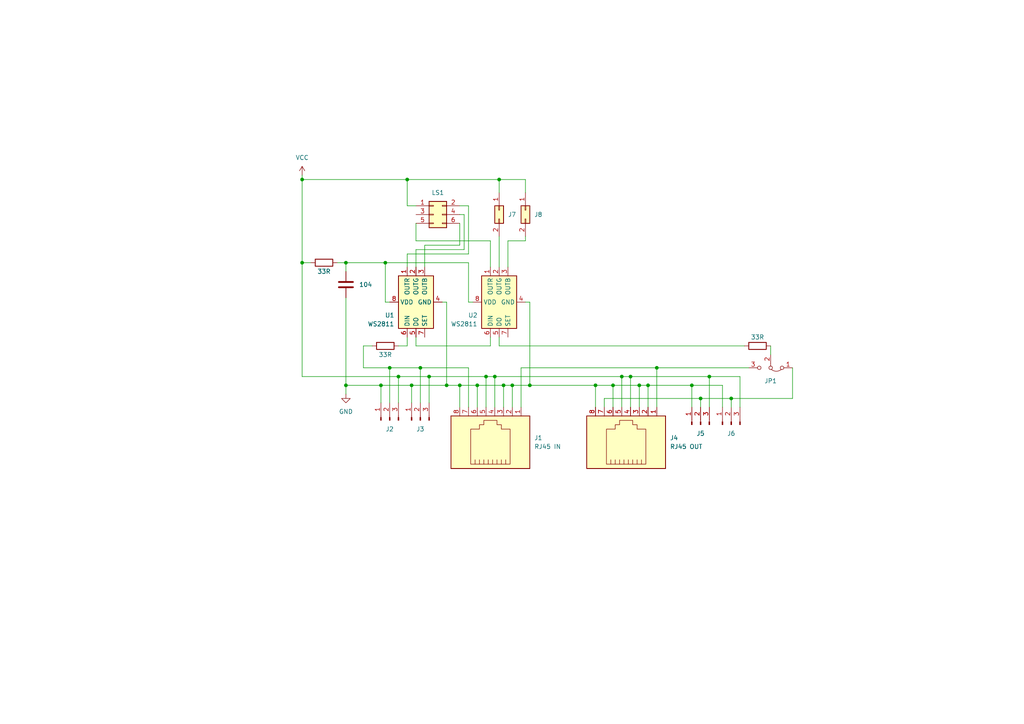
<source format=kicad_sch>
(kicad_sch (version 20230121) (generator eeschema)
  (paper "A4")
  (title_block (title "WS2811 LED Driver 6LS (1 Lichtsperrsignal)") (date "2024-01-22") (rev "1.0") (company "Jan Graichen") (comment 1 "© CC-BY-SA 4.0"))
  (lib_symbols
    (symbol "Connector:Conn_01x03_Pin" (pin_names (offset 1.016) hide)
      (property "Reference" "J" (at 0 5.08 0))
      (property "Value" "Conn_01x03_Pin" (at 0 -5.08 0))
      (symbol "Conn_01x03_Pin_1_1"
        (polyline (pts (xy 1.27 -2.54) (xy 0.8636 -2.54)) (stroke (width 0.1524)))
        (polyline (pts (xy 1.27 0) (xy 0.8636 0)) (stroke (width 0.1524)))
        (polyline (pts (xy 1.27 2.54) (xy 0.8636 2.54)) (stroke (width 0.1524)))
        (rectangle (start 0.8636 -2.413) (end 0 -2.667) (stroke (width 0.1524)) (fill (type outline)))
        (rectangle (start 0.8636 0.127) (end 0 -0.127) (stroke (width 0.1524)) (fill (type outline)))
        (rectangle (start 0.8636 2.667) (end 0 2.413) (stroke (width 0.1524)) (fill (type outline)))
        (pin passive line (at 5.08 2.54 180) (length 3.81) (name "Pin_1") (number "1"))
        (pin passive line (at 5.08 0 180) (length 3.81) (name "Pin_2") (number "2"))
        (pin passive line (at 5.08 -2.54 180) (length 3.81) (name "Pin_3") (number "3"))
      )
    )
    (symbol "Connector:RJ45" (pin_names (offset 1.016))
      (property "Reference" "J" (at -5.08 13.97 0))
      (property "Value" "RJ45" (at 2.54 13.97 0))
      (symbol "RJ45_0_1"
        (polyline (pts (xy -5.08 4.445) (xy -6.35 4.445)))
        (polyline (pts (xy -5.08 5.715) (xy -6.35 5.715)))
        (polyline (pts (xy -6.35 -3.175) (xy -5.08 -3.175) (xy -5.08 -3.175)))
        (polyline (pts (xy -6.35 -1.905) (xy -5.08 -1.905) (xy -5.08 -1.905)))
        (polyline (pts (xy -6.35 -0.635) (xy -5.08 -0.635) (xy -5.08 -0.635)))
        (polyline (pts (xy -6.35 0.635) (xy -5.08 0.635) (xy -5.08 0.635)))
        (polyline (pts (xy -6.35 1.905) (xy -5.08 1.905) (xy -5.08 1.905)))
        (polyline (pts (xy -5.08 3.175) (xy -6.35 3.175) (xy -6.35 3.175)))
        (polyline (pts (xy -6.35 -4.445) (xy -6.35 6.985) (xy 3.81 6.985) (xy 3.81 4.445) (xy 5.08 4.445) (xy 5.08 3.175) (xy 6.35 3.175) (xy 6.35 -0.635) (xy 5.08 -0.635) (xy 5.08 -1.905) (xy 3.81 -1.905) (xy 3.81 -4.445) (xy -6.35 -4.445) (xy -6.35 -4.445)))
        (rectangle (start 7.62 12.7) (end -7.62 -10.16) (stroke (width 0.254)) (fill (type background)))
      )
      (symbol "RJ45_1_1"
        (pin passive line (at 10.16 -7.62 180) (length 2.54) (name "~") (number "1"))
        (pin passive line (at 10.16 -5.08 180) (length 2.54) (name "~") (number "2"))
        (pin passive line (at 10.16 -2.54 180) (length 2.54) (name "~") (number "3"))
        (pin passive line (at 10.16 0 180) (length 2.54) (name "~") (number "4"))
        (pin passive line (at 10.16 2.54 180) (length 2.54) (name "~") (number "5"))
        (pin passive line (at 10.16 5.08 180) (length 2.54) (name "~") (number "6"))
        (pin passive line (at 10.16 7.62 180) (length 2.54) (name "~") (number "7"))
        (pin passive line (at 10.16 10.16 180) (length 2.54) (name "~") (number "8"))
      )
    )
    (symbol "Connector_Generic:Conn_02x01" (pin_names (offset 1.016) hide)
      (property "Reference" "J" (at 1.27 2.54 0))
      (property "Value" "Conn_02x01" (at 1.27 -2.54 0))
      (symbol "Conn_02x01_1_1"
        (rectangle (start -1.27 0.127) (end 0 -0.127) (stroke (width 0.1524)))
        (rectangle (start -1.27 1.27) (end 3.81 -1.27) (stroke (width 0.254)) (fill (type background)))
        (rectangle (start 3.81 0.127) (end 2.54 -0.127) (stroke (width 0.1524)))
        (pin passive line (at -5.08 0 0) (length 3.81) (name "Pin_1") (number "1"))
        (pin passive line (at 7.62 0 180) (length 3.81) (name "Pin_2") (number "2"))
      )
    )
    (symbol "Connector_Generic:Conn_02x03_Odd_Even" (pin_names (offset 1.016) hide)
      (property "Reference" "J" (at 1.27 5.08 0))
      (property "Value" "Conn_02x03_Odd_Even" (at 1.27 -5.08 0))
      (symbol "Conn_02x03_Odd_Even_1_1"
        (rectangle (start -1.27 -2.413) (end 0 -2.667) (stroke (width 0.1524)))
        (rectangle (start -1.27 0.127) (end 0 -0.127) (stroke (width 0.1524)))
        (rectangle (start -1.27 2.667) (end 0 2.413) (stroke (width 0.1524)))
        (rectangle (start -1.27 3.81) (end 3.81 -3.81) (stroke (width 0.254)) (fill (type background)))
        (rectangle (start 3.81 -2.413) (end 2.54 -2.667) (stroke (width 0.1524)))
        (rectangle (start 3.81 0.127) (end 2.54 -0.127) (stroke (width 0.1524)))
        (rectangle (start 3.81 2.667) (end 2.54 2.413) (stroke (width 0.1524)))
        (pin passive line (at -5.08 2.54 0) (length 3.81) (name "Pin_1") (number "1"))
        (pin passive line (at 7.62 2.54 180) (length 3.81) (name "Pin_2") (number "2"))
        (pin passive line (at -5.08 0 0) (length 3.81) (name "Pin_3") (number "3"))
        (pin passive line (at 7.62 0 180) (length 3.81) (name "Pin_4") (number "4"))
        (pin passive line (at -5.08 -2.54 0) (length 3.81) (name "Pin_5") (number "5"))
        (pin passive line (at 7.62 -2.54 180) (length 3.81) (name "Pin_6") (number "6"))
      )
    )
    (symbol "Device:C" (pin_numbers hide) (pin_names (offset 0.254))
      (property "Reference" "C" (at 0.635 2.54 0))
      (property "Value" "C" (at 0.635 -2.54 0))
      (symbol "C_0_1"
        (polyline (pts (xy -2.032 -0.762) (xy 2.032 -0.762)) (stroke (width 0.508)))
        (polyline (pts (xy -2.032 0.762) (xy 2.032 0.762)) (stroke (width 0.508)))
      )
      (symbol "C_1_1"
        (pin passive line (at 0 3.81 270) (length 2.794) (name "~") (number "1"))
        (pin passive line (at 0 -3.81 90) (length 2.794) (name "~") (number "2"))
      )
    )
    (symbol "Device:R" (pin_numbers hide) (pin_names (offset 0))
      (property "Reference" "R" (at 2.032 0 90))
      (property "Value" "R" (at 0 0 90))
      (symbol "R_0_1"
        (rectangle (start -1.016 -2.54) (end 1.016 2.54) (stroke (width 0.254)))
      )
      (symbol "R_1_1"
        (pin passive line (at 0 3.81 270) (length 1.27) (name "~") (number "1"))
        (pin passive line (at 0 -3.81 90) (length 1.27) (name "~") (number "2"))
      )
    )
    (symbol "Driver_LED:WS2811"
      (property "Reference" "U" (at -6.35 6.35 0))
      (property "Value" "WS2811" (at 5.08 6.35 0))
      (symbol "WS2811_0_1"
        (rectangle (start -7.62 5.08) (end 7.62 -5.08) (stroke (width 0.254)) (fill (type background)))
      )
      (symbol "WS2811_1_1"
        (pin output line (at 10.16 2.54 180) (length 2.54) (name "OUTR") (number "1"))
        (pin output line (at 10.16 0 180) (length 2.54) (name "OUTG") (number "2"))
        (pin output line (at 10.16 -2.54 180) (length 2.54) (name "OUTB") (number "3"))
        (pin power_in line (at 0 -7.62 90) (length 2.54) (name "GND") (number "4"))
        (pin output line (at -10.16 0 0) (length 2.54) (name "DO") (number "5"))
        (pin input line (at -10.16 2.54 0) (length 2.54) (name "DIN") (number "6"))
        (pin input line (at -10.16 -2.54 0) (length 2.54) (name "SET") (number "7"))
        (pin power_in line (at 0 7.62 270) (length 2.54) (name "VDD") (number "8"))
      )
    )
    (symbol "Jumper:Jumper_3_Bridged12" (pin_names (offset 0) hide)
      (property "Reference" "JP" (at -2.54 -2.54 0))
      (property "Value" "Jumper_3_Bridged12" (at 0 2.794 0))
      (symbol "Jumper_3_Bridged12_0_0"
        (circle (center -3.302 0) (radius 0.508))
        (circle (center 0 0) (radius 0.508))
        (circle (center 3.302 0) (radius 0.508))
      )
      (symbol "Jumper_3_Bridged12_0_1"
        (arc (start -0.254 0.508) (mid -1.651 0.9912) (end -3.048 0.508))
        (polyline (pts (xy 0 -1.27) (xy 0 -0.508)))
      )
      (symbol "Jumper_3_Bridged12_1_1"
        (pin passive line (at -6.35 0 0) (length 2.54) (name "A") (number "1"))
        (pin passive line (at 0 -3.81 90) (length 2.54) (name "C") (number "2"))
        (pin passive line (at 6.35 0 180) (length 2.54) (name "B") (number "3"))
      )
    )
    (symbol "power:GND" (power) (pin_names (offset 0))
      (property "Value" "GND" (at 0 -3.81 0))
      (symbol "GND_0_1"
        (polyline (pts (xy 0 0) (xy 0 -1.27) (xy 1.27 -1.27) (xy 0 -2.54) (xy -1.27 -1.27) (xy 0 -1.27)))
      )
      (symbol "GND_1_1"
        (pin power_in line (at 0 0 270) (length 0) hide (name "GND") (number "1"))
      )
    )
    (symbol "power:VCC" (power) (pin_names (offset 0))
      (property "Value" "VCC" (at 0 3.81 0))
      (symbol "VCC_0_1"
        (polyline (pts (xy -0.762 1.27) (xy 0 2.54)))
        (polyline (pts (xy 0 0) (xy 0 2.54)))
        (polyline (pts (xy 0 2.54) (xy 0.762 1.27)))
      )
      (symbol "VCC_1_1"
        (pin power_in line (at 0 0 90) (length 0) hide (name "VCC") (number "1"))
      )
    )
  )
  (junction (at 100.33 76.2))
  (junction (at 124.46 109.22))
  (junction (at 205.74 109.22))
  (junction (at 138.43 111.76))
  (junction (at 121.92 106.68))
  (junction (at 190.5 106.68))
  (junction (at 200.66 111.76))
  (junction (at 148.59 111.76))
  (junction (at 143.51 109.22))
  (junction (at 119.38 111.76))
  (junction (at 187.96 111.76))
  (junction (at 185.42 111.76))
  (junction (at 87.63 52.07))
  (junction (at 146.05 111.76))
  (junction (at 100.33 111.76))
  (junction (at 180.34 109.22))
  (junction (at 118.11 52.07))
  (junction (at 182.88 109.22))
  (junction (at 153.67 111.76))
  (junction (at 133.35 111.76))
  (junction (at 111.76 76.2))
  (junction (at 172.72 111.76))
  (junction (at 203.2 115.57))
  (junction (at 144.78 52.07))
  (junction (at 129.54 111.76))
  (junction (at 87.63 76.2))
  (junction (at 115.57 109.22))
  (junction (at 177.8 111.76))
  (junction (at 212.09 115.57))
  (junction (at 113.03 106.68))
  (junction (at 110.49 111.76))
  (junction (at 140.97 109.22))
  (wire (pts (xy 111.76 76.2) (xy 111.76 87.63)))
  (wire (pts (xy 177.8 111.76) (xy 177.8 118.11)))
  (wire (pts (xy 118.11 100.33) (xy 118.11 97.79)))
  (wire (pts (xy 153.67 111.76) (xy 172.72 111.76)))
  (wire (pts (xy 87.63 76.2) (xy 87.63 109.22)))
  (wire (pts (xy 212.09 115.57) (xy 229.87 115.57)))
  (wire (pts (xy 129.54 87.63) (xy 129.54 111.76)))
  (wire (pts (xy 148.59 111.76) (xy 148.59 118.11)))
  (wire (pts (xy 144.78 55.88) (xy 144.78 52.07)))
  (wire (pts (xy 87.63 50.8) (xy 87.63 52.07)))
  (wire (pts (xy 87.63 52.07) (xy 118.11 52.07)))
  (wire (pts (xy 190.5 106.68) (xy 151.13 106.68)))
  (wire (pts (xy 185.42 111.76) (xy 185.42 118.11)))
  (wire (pts (xy 111.76 76.2) (xy 135.89 76.2)))
  (wire (pts (xy 118.11 77.47) (xy 118.11 73.66)))
  (wire (pts (xy 151.13 106.68) (xy 151.13 118.11)))
  (wire (pts (xy 143.51 109.22) (xy 180.34 109.22)))
  (wire (pts (xy 175.26 115.57) (xy 175.26 118.11)))
  (wire (pts (xy 119.38 111.76) (xy 119.38 116.84)))
  (wire (pts (xy 115.57 100.33) (xy 118.11 100.33)))
  (wire (pts (xy 205.74 109.22) (xy 214.63 109.22)))
  (wire (pts (xy 144.78 68.58) (xy 144.78 77.47)))
  (wire (pts (xy 118.11 73.66) (xy 135.89 73.66)))
  (wire (pts (xy 177.8 111.76) (xy 185.42 111.76)))
  (wire (pts (xy 147.32 69.85) (xy 147.32 77.47)))
  (wire (pts (xy 147.32 69.85) (xy 152.4 69.85)))
  (wire (pts (xy 120.65 69.85) (xy 120.65 64.77)))
  (wire (pts (xy 209.55 118.11) (xy 209.55 111.76)))
  (wire (pts (xy 135.89 73.66) (xy 135.89 59.69)))
  (wire (pts (xy 182.88 109.22) (xy 182.88 118.11)))
  (wire (pts (xy 205.74 109.22) (xy 205.74 118.11)))
  (wire (pts (xy 172.72 111.76) (xy 172.72 118.11)))
  (wire (pts (xy 134.62 72.39) (xy 134.62 62.23)))
  (wire (pts (xy 120.65 59.69) (xy 118.11 59.69)))
  (wire (pts (xy 107.95 100.33) (xy 105.41 100.33)))
  (wire (pts (xy 100.33 76.2) (xy 100.33 78.74)))
  (wire (pts (xy 142.24 69.85) (xy 120.65 69.85)))
  (wire (pts (xy 146.05 111.76) (xy 146.05 118.11)))
  (wire (pts (xy 118.11 52.07) (xy 118.11 59.69)))
  (wire (pts (xy 120.65 72.39) (xy 134.62 72.39)))
  (wire (pts (xy 105.41 106.68) (xy 113.03 106.68)))
  (wire (pts (xy 148.59 111.76) (xy 153.67 111.76)))
  (wire (pts (xy 124.46 109.22) (xy 124.46 116.84)))
  (wire (pts (xy 180.34 109.22) (xy 182.88 109.22)))
  (wire (pts (xy 180.34 109.22) (xy 180.34 118.11)))
  (wire (pts (xy 121.92 106.68) (xy 121.92 116.84)))
  (wire (pts (xy 146.05 111.76) (xy 148.59 111.76)))
  (wire (pts (xy 128.27 87.63) (xy 129.54 87.63)))
  (wire (pts (xy 140.97 109.22) (xy 140.97 118.11)))
  (wire (pts (xy 133.35 71.12) (xy 123.19 71.12)))
  (wire (pts (xy 200.66 111.76) (xy 209.55 111.76)))
  (wire (pts (xy 214.63 109.22) (xy 214.63 118.11)))
  (wire (pts (xy 133.35 62.23) (xy 134.62 62.23)))
  (wire (pts (xy 105.41 100.33) (xy 105.41 106.68)))
  (wire (pts (xy 123.19 77.47) (xy 123.19 71.12)))
  (wire (pts (xy 144.78 100.33) (xy 215.9 100.33)))
  (wire (pts (xy 120.65 97.79) (xy 120.65 100.33)))
  (wire (pts (xy 187.96 111.76) (xy 187.96 118.11)))
  (wire (pts (xy 144.78 97.79) (xy 144.78 100.33)))
  (wire (pts (xy 153.67 87.63) (xy 153.67 111.76)))
  (wire (pts (xy 133.35 111.76) (xy 133.35 118.11)))
  (wire (pts (xy 152.4 68.58) (xy 152.4 69.85)))
  (wire (pts (xy 133.35 64.77) (xy 133.35 71.12)))
  (wire (pts (xy 133.35 111.76) (xy 138.43 111.76)))
  (wire (pts (xy 152.4 52.07) (xy 144.78 52.07)))
  (wire (pts (xy 137.16 87.63) (xy 135.89 87.63)))
  (wire (pts (xy 142.24 77.47) (xy 142.24 69.85)))
  (wire (pts (xy 152.4 55.88) (xy 152.4 52.07)))
  (wire (pts (xy 185.42 111.76) (xy 187.96 111.76)))
  (wire (pts (xy 143.51 109.22) (xy 143.51 118.11)))
  (wire (pts (xy 121.92 106.68) (xy 135.89 106.68)))
  (wire (pts (xy 110.49 111.76) (xy 119.38 111.76)))
  (wire (pts (xy 100.33 111.76) (xy 100.33 114.3)))
  (wire (pts (xy 172.72 111.76) (xy 177.8 111.76)))
  (wire (pts (xy 135.89 59.69) (xy 133.35 59.69)))
  (wire (pts (xy 115.57 109.22) (xy 124.46 109.22)))
  (wire (pts (xy 152.4 87.63) (xy 153.67 87.63)))
  (wire (pts (xy 142.24 100.33) (xy 142.24 97.79)))
  (wire (pts (xy 200.66 111.76) (xy 200.66 118.11)))
  (wire (pts (xy 119.38 111.76) (xy 129.54 111.76)))
  (wire (pts (xy 175.26 115.57) (xy 203.2 115.57)))
  (wire (pts (xy 229.87 106.68) (xy 229.87 115.57)))
  (wire (pts (xy 113.03 87.63) (xy 111.76 87.63)))
  (wire (pts (xy 190.5 106.68) (xy 190.5 118.11)))
  (wire (pts (xy 135.89 118.11) (xy 135.89 106.68)))
  (wire (pts (xy 100.33 86.36) (xy 100.33 111.76)))
  (wire (pts (xy 129.54 111.76) (xy 133.35 111.76)))
  (wire (pts (xy 113.03 106.68) (xy 113.03 116.84)))
  (wire (pts (xy 120.65 77.47) (xy 120.65 72.39)))
  (wire (pts (xy 138.43 111.76) (xy 138.43 118.11)))
  (wire (pts (xy 135.89 76.2) (xy 135.89 87.63)))
  (wire (pts (xy 182.88 109.22) (xy 205.74 109.22)))
  (wire (pts (xy 100.33 76.2) (xy 111.76 76.2)))
  (wire (pts (xy 118.11 52.07) (xy 144.78 52.07)))
  (wire (pts (xy 110.49 111.76) (xy 110.49 116.84)))
  (wire (pts (xy 87.63 52.07) (xy 87.63 76.2)))
  (wire (pts (xy 138.43 111.76) (xy 146.05 111.76)))
  (wire (pts (xy 203.2 115.57) (xy 203.2 118.11)))
  (wire (pts (xy 87.63 109.22) (xy 115.57 109.22)))
  (wire (pts (xy 115.57 109.22) (xy 115.57 116.84)))
  (wire (pts (xy 87.63 76.2) (xy 90.17 76.2)))
  (wire (pts (xy 187.96 111.76) (xy 200.66 111.76)))
  (wire (pts (xy 203.2 115.57) (xy 212.09 115.57)))
  (wire (pts (xy 140.97 109.22) (xy 143.51 109.22)))
  (wire (pts (xy 223.52 100.33) (xy 223.52 102.87)))
  (wire (pts (xy 120.65 100.33) (xy 142.24 100.33)))
  (wire (pts (xy 113.03 106.68) (xy 121.92 106.68)))
  (wire (pts (xy 190.5 106.68) (xy 217.17 106.68)))
  (wire (pts (xy 100.33 111.76) (xy 110.49 111.76)))
  (wire (pts (xy 212.09 115.57) (xy 212.09 118.11)))
  (wire (pts (xy 97.79 76.2) (xy 100.33 76.2)))
  (wire (pts (xy 124.46 109.22) (xy 140.97 109.22)))
  (symbol (lib_id "Connector_Generic:Conn_02x01") (at 152.4 60.96 270) (unit 1)
    (property "Reference" "J8" (at 154.94 62.23 90) (effects (justify left)))
    (property "Value" "Conn_02x01" (effects hide))
    (property "Footprint" "Connector_PinHeader_1.27mm:PinHeader_2x01_P1.27mm_Vertical" (effects hide))
  )
  (symbol (lib_id "Driver_LED:WS2811") (at 144.78 87.63 90) (unit 1)
    (property "Reference" "U2" (at 137.16 91.44 90))
    (property "Value" "WS2811" (at 134.62 93.98 90))
    (property "Footprint" "Package_SO:SOIC-8_3.9x4.9mm_P1.27mm" (effects hide))
    (property "Datasheet" "https://cdn-shop.adafruit.com/datasheets/WS2811.pdf" (effects hide))
    (property "LCSC" "C114581" (effects hide))
  )
  (symbol (lib_id "Device:R") (at 219.71 100.33 270) (unit 1)
    (property "Reference" "R3" (effects hide))
    (property "Value" "33R" (at 219.71 97.79 90))
    (property "Footprint" "Resistor_SMD:R_0603_1608Metric" (effects hide))
    (property "LCSC" "C23140" (effects hide))
  )
  (symbol (lib_id "Device:C") (at 100.33 82.55 0) (unit 1)
    (property "Reference" "C1" (effects hide))
    (property "Value" "104" (at 104.14 82.55 0) (effects (justify left)))
    (property "Footprint" "Capacitor_SMD:C_0603_1608Metric" (effects hide))
    (property "LCSC" "C14663" (effects hide))
  )
  (symbol (lib_id "Connector:Conn_01x03_Pin") (at 212.09 123.19 90) (unit 1) (in_bom no)
    (property "Reference" "J6" (at 212.09 125.73 90))
    (property "Value" "Conn_01x03_Pin" (effects hide))
    (property "Footprint" "Connector_Wire:SolderWire-0.15sqmm_1x03_P4mm_D0.5mm_OD1.5mm_Relief" (effects hide))
  )
  (symbol (lib_id "Connector_Generic:Conn_02x01") (at 144.78 60.96 270) (unit 1)
    (property "Reference" "J7" (at 147.32 62.23 90) (effects (justify left)))
    (property "Value" "Conn_02x01" (effects hide))
    (property "Footprint" "Connector_PinHeader_1.27mm:PinHeader_2x01_P1.27mm_Vertical" (effects hide))
  )
  (symbol (lib_id "Connector:Conn_01x03_Pin") (at 121.92 121.92 90) (unit 1) (in_bom no)
    (property "Reference" "J3" (at 121.92 124.46 90))
    (property "Value" "Conn_01x03_Pin" (effects hide))
    (property "Footprint" "Connector_Wire:SolderWire-0.15sqmm_1x03_P4mm_D0.5mm_OD1.5mm_Relief" (effects hide))
  )
  (symbol (lib_id "Connector:RJ45") (at 143.51 128.27 90) (unit 1)
    (property "Reference" "J1" (at 154.94 127 90) (effects (justify right)))
    (property "Value" "RJ45 IN" (at 154.94 129.54 90) (effects (justify right)))
    (property "Footprint" "Connector_RJ:RJ45_Amphenol_54602-x08_Horizontal" (effects hide))
  )
  (symbol (lib_id "Connector:Conn_01x03_Pin") (at 203.2 123.19 90) (unit 1)
    (property "Reference" "J5" (at 203.2 125.73 90))
    (property "Value" "Conn_01x03_Pin" (effects hide))
    (property "Footprint" "Connector_PinHeader_2.54mm:PinHeader_1x03_P2.54mm_Vertical" (effects hide))
  )
  (symbol (lib_id "Connector:Conn_01x03_Pin") (at 113.03 121.92 90) (unit 1)
    (property "Reference" "J2" (at 113.03 124.46 90))
    (property "Value" "Conn_01x03_Pin" (effects hide))
    (property "Footprint" "Connector_PinHeader_2.54mm:PinHeader_1x03_P2.54mm_Vertical" (effects hide))
  )
  (symbol (lib_id "Connector:RJ45") (at 182.88 128.27 90) (unit 1)
    (property "Reference" "J4" (at 194.31 127 90) (effects (justify right)))
    (property "Value" "RJ45 OUT" (at 194.31 129.54 90) (effects (justify right)))
    (property "Footprint" "Connector_RJ:RJ45_Amphenol_54602-x08_Horizontal" (effects hide))
  )
  (symbol (lib_id "power:GND") (at 100.33 114.3 0) (unit 1)
    (property "Reference" "#PWR?" (effects hide))
    (property "Value" "GND" (at 100.33 119.38 0))
  )
  (symbol (lib_id "Device:R") (at 93.98 76.2 90) (unit 1)
    (property "Reference" "R1" (effects hide))
    (property "Value" "33R" (at 93.98 78.74 90))
    (property "Footprint" "Resistor_SMD:R_0603_1608Metric" (effects hide))
    (property "LCSC" "C23140" (effects hide))
  )
  (symbol (lib_id "Device:R") (at 111.76 100.33 90) (unit 1)
    (property "Reference" "R2" (effects hide))
    (property "Value" "33R" (at 111.76 102.87 90))
    (property "Footprint" "Resistor_SMD:R_0603_1608Metric" (effects hide))
    (property "LCSC" "C23140" (effects hide))
  )
  (symbol (lib_id "Driver_LED:WS2811") (at 120.65 87.63 90) (unit 1)
    (property "Reference" "U1" (at 113.03 91.44 90))
    (property "Value" "WS2811" (at 110.49 93.98 90))
    (property "Footprint" "Package_SO:SOIC-8_3.9x4.9mm_P1.27mm" (effects hide))
    (property "Datasheet" "https://cdn-shop.adafruit.com/datasheets/WS2811.pdf" (effects hide))
    (property "LCSC" "C114581" (effects hide))
  )
  (symbol (lib_id "Connector_Generic:Conn_02x03_Odd_Even") (at 125.73 62.23 0) (unit 1)
    (property "Reference" "LS1" (at 127 55.88 0))
    (property "Value" "Conn_02x03_Odd_Even" (effects hide))
    (property "Footprint" "Connector_PinHeader_1.27mm:PinHeader_2x03_P1.27mm_Vertical" (effects hide))
  )
  (symbol (lib_id "Jumper:Jumper_3_Bridged12") (at 223.52 106.68 180) (unit 1)
    (property "Reference" "JP1" (at 223.52 110.49 0))
    (property "Value" "Jumper_3_Bridged12" (effects hide))
    (property "Footprint" "Connector_PinHeader_2.54mm:PinHeader_1x03_P2.54mm_Vertical" (effects hide))
  )
  (symbol (lib_id "power:VCC") (at 87.63 50.8 0) (unit 1)
    (property "Reference" "#PWR?" (effects hide))
    (property "Value" "VCC" (at 87.63 45.72 0))
  )
)
</source>
